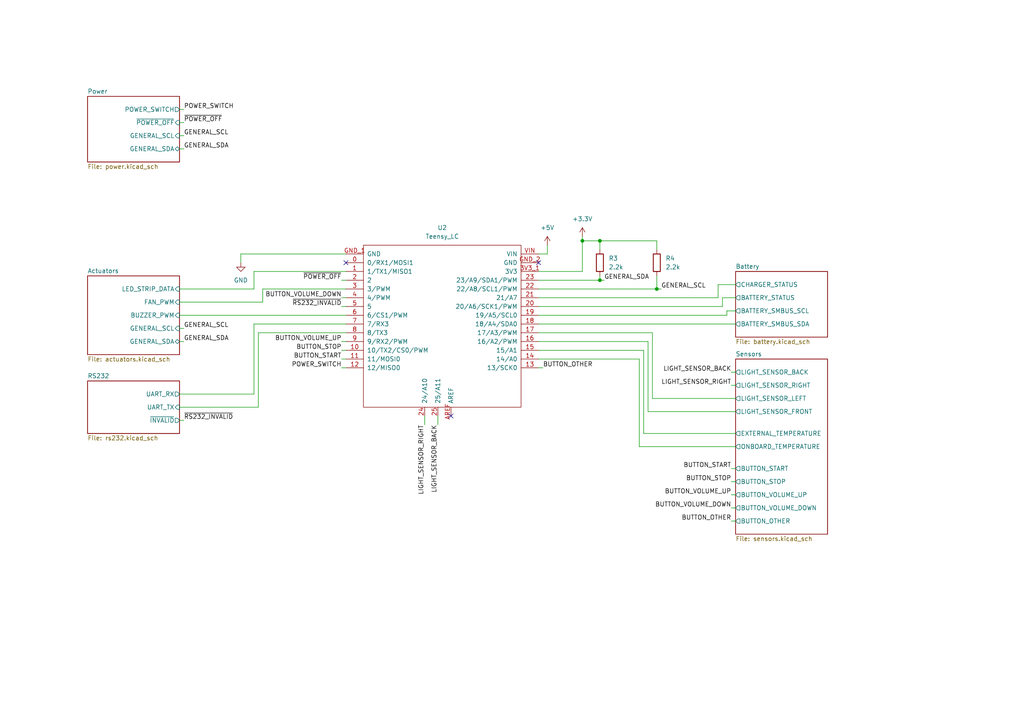
<source format=kicad_sch>
(kicad_sch (version 20211123) (generator eeschema)
  (paper "A4")
  (title_block (title "PSU Control") (company "IntRoLab"))
  (lib_symbols
    (symbol "Device:R" (pin_numbers hide) (pin_names (offset 0))
      (property "Reference" "R" (at 2.032 0 90))
      (property "Value" "R" (at 0 0 90))
      (symbol "R_0_1"
        (rectangle (start -1.016 -2.54) (end 1.016 2.54) (stroke (width 0.254)))
      )
      (symbol "R_1_1"
        (pin passive line (at 0 3.81 270) (length 1.27) (name "~") (number "1"))
        (pin passive line (at 0 -3.81 90) (length 1.27) (name "~") (number "2"))
      )
    )
    (symbol "power:+3.3V" (power) (pin_names (offset 0))
      (property "Value" "+3.3V" (at 0 3.556 0))
      (symbol "+3.3V_0_1"
        (polyline (pts (xy -0.762 1.27) (xy 0 2.54)))
        (polyline (pts (xy 0 0) (xy 0 2.54)))
        (polyline (pts (xy 0 2.54) (xy 0.762 1.27)))
      )
      (symbol "+3.3V_1_1"
        (pin power_in line (at 0 0 90) (length 0) hide (name "+3.3V") (number "1"))
      )
    )
    (symbol "power:+5V" (power) (pin_names (offset 0))
      (property "Value" "+5V" (at 0 3.556 0))
      (symbol "+5V_0_1"
        (polyline (pts (xy -0.762 1.27) (xy 0 2.54)))
        (polyline (pts (xy 0 0) (xy 0 2.54)))
        (polyline (pts (xy 0 2.54) (xy 0.762 1.27)))
      )
      (symbol "+5V_1_1"
        (pin power_in line (at 0 0 90) (length 0) hide (name "+5V") (number "1"))
      )
    )
    (symbol "power:GND" (power) (pin_names (offset 0))
      (property "Value" "GND" (at 0 -3.81 0))
      (symbol "GND_0_1"
        (polyline (pts (xy 0 0) (xy 0 -1.27) (xy 1.27 -1.27) (xy 0 -2.54) (xy -1.27 -1.27) (xy 0 -1.27)))
      )
      (symbol "GND_1_1"
        (pin power_in line (at 0 0 270) (length 0) hide (name "GND") (number "1"))
      )
    )
    (symbol "t-top:Teensy_LC" (pin_names (offset 1.016))
      (property "Reference" "U" (at 36.83 1.27 0))
      (property "Value" "Teensy_LC" (at 0 1.27 0))
      (symbol "Teensy_LC_0_1"
        (rectangle (start -5.08 0) (end 40.64 -46.99))
      )
      (symbol "Teensy_LC_1_1"
        (pin bidirectional line (at -10.16 -5.08 0) (length 5.08) (name "0/RX1/MOSI1") (number "0"))
        (pin bidirectional line (at -10.16 -7.62 0) (length 5.08) (name "1/TX1/MISO1") (number "1"))
        (pin bidirectional line (at -10.16 -30.48 0) (length 5.08) (name "10/TX2/CS0/PWM") (number "10"))
        (pin bidirectional line (at -10.16 -33.02 0) (length 5.08) (name "11/MOSI0") (number "11"))
        (pin bidirectional line (at -10.16 -35.56 0) (length 5.08) (name "12/MISO0") (number "12"))
        (pin bidirectional line (at 45.72 -35.56 180) (length 5.08) (name "13/SCK0") (number "13"))
        (pin bidirectional line (at 45.72 -33.02 180) (length 5.08) (name "14/A0") (number "14"))
        (pin bidirectional line (at 45.72 -30.48 180) (length 5.08) (name "15/A1") (number "15"))
        (pin bidirectional line (at 45.72 -27.94 180) (length 5.08) (name "16/A2/PWM") (number "16"))
        (pin bidirectional line (at 45.72 -25.4 180) (length 5.08) (name "17/A3/PWM") (number "17"))
        (pin bidirectional line (at 45.72 -22.86 180) (length 5.08) (name "18/A4/SDA0") (number "18"))
        (pin bidirectional line (at 45.72 -20.32 180) (length 5.08) (name "19/A5/SCL0") (number "19"))
        (pin bidirectional line (at -10.16 -10.16 0) (length 5.08) (name "2") (number "2"))
        (pin bidirectional line (at 45.72 -17.78 180) (length 5.08) (name "20/A6/SCK1/PWM") (number "20"))
        (pin bidirectional line (at 45.72 -15.24 180) (length 5.08) (name "21/A7") (number "21"))
        (pin bidirectional line (at 45.72 -12.7 180) (length 5.08) (name "22/A8/SCL1/PWM") (number "22"))
        (pin bidirectional line (at 45.72 -10.16 180) (length 5.08) (name "23/A9/SDA1/PWM") (number "23"))
        (pin bidirectional line (at 12.7 -49.53 90) (length 2.54) (name "24/A10") (number "24"))
        (pin bidirectional line (at 16.51 -49.53 90) (length 2.54) (name "25/A11") (number "25"))
        (pin bidirectional line (at -10.16 -12.7 0) (length 5.08) (name "3/PWM") (number "3"))
        (pin output line (at 45.72 -7.62 180) (length 5.08) (name "3V3") (number "3V3_1"))
        (pin bidirectional line (at -10.16 -15.24 0) (length 5.08) (name "4/PWM") (number "4"))
        (pin bidirectional line (at -10.16 -17.78 0) (length 5.08) (name "5") (number "5"))
        (pin bidirectional line (at -10.16 -20.32 0) (length 5.08) (name "6/CS1/PWM") (number "6"))
        (pin bidirectional line (at -10.16 -22.86 0) (length 5.08) (name "7/RX3") (number "7"))
        (pin bidirectional line (at -10.16 -25.4 0) (length 5.08) (name "8/TX3") (number "8"))
        (pin bidirectional line (at -10.16 -27.94 0) (length 5.08) (name "9/RX2/PWM") (number "9"))
        (pin input line (at 20.32 -49.53 90) (length 2.54) (name "AREF") (number "AREF"))
        (pin input line (at -10.16 -2.54 0) (length 5.08) (name "GND") (number "GND_1"))
        (pin input line (at 45.72 -5.08 180) (length 5.08) (name "GND") (number "GND_2"))
        (pin input line (at 45.72 -2.54 180) (length 5.08) (name "VIN") (number "VIN"))
      )
    )
  )
  (junction (at 173.99 81.28))
  (junction (at 168.91 69.85))
  (junction (at 190.5 83.82))
  (junction (at 173.99 69.85))
  (no_connect (at 130.81 120.65))
  (no_connect (at 156.21 76.2))
  (no_connect (at 100.33 76.2))
  (wire (pts (xy 190.5 83.82) (xy 190.5 80.01)))
  (wire (pts (xy 123.19 120.65) (xy 123.19 123.19)))
  (wire (pts (xy 156.21 93.98) (xy 213.36 93.98)))
  (wire (pts (xy 99.06 101.6) (xy 100.33 101.6)))
  (wire (pts (xy 99.06 104.14) (xy 100.33 104.14)))
  (wire (pts (xy 187.96 119.38) (xy 187.96 99.06)))
  (wire (pts (xy 127 120.65) (xy 127 123.19)))
  (wire (pts (xy 190.5 83.82) (xy 191.77 83.82)))
  (wire (pts (xy 173.99 80.01) (xy 173.99 81.28)))
  (wire (pts (xy 156.21 83.82) (xy 190.5 83.82)))
  (wire (pts (xy 185.42 104.14) (xy 156.21 104.14)))
  (wire (pts (xy 73.66 78.74) (xy 100.33 78.74)))
  (wire (pts (xy 213.36 129.54) (xy 185.42 129.54)))
  (wire (pts (xy 212.09 151.13) (xy 213.36 151.13)))
  (wire (pts (xy 156.21 81.28) (xy 173.99 81.28)))
  (wire (pts (xy 209.55 88.9) (xy 209.55 86.36)))
  (wire (pts (xy 52.07 31.75) (xy 53.34 31.75)))
  (wire (pts (xy 100.33 96.52) (xy 74.93 96.52)))
  (wire (pts (xy 168.91 69.85) (xy 173.99 69.85)))
  (wire (pts (xy 186.69 125.73) (xy 213.36 125.73)))
  (wire (pts (xy 189.23 96.52) (xy 189.23 115.57)))
  (wire (pts (xy 210.82 91.44) (xy 210.82 90.17)))
  (wire (pts (xy 212.09 135.89) (xy 213.36 135.89)))
  (wire (pts (xy 74.93 96.52) (xy 74.93 118.11)))
  (wire (pts (xy 168.91 69.85) (xy 168.91 78.74)))
  (wire (pts (xy 213.36 82.55) (xy 208.28 82.55)))
  (wire (pts (xy 168.91 68.58) (xy 168.91 69.85)))
  (wire (pts (xy 158.75 71.12) (xy 158.75 73.66)))
  (wire (pts (xy 212.09 147.32) (xy 213.36 147.32)))
  (wire (pts (xy 73.66 114.3) (xy 73.66 93.98)))
  (wire (pts (xy 52.07 99.06) (xy 53.34 99.06)))
  (wire (pts (xy 52.07 114.3) (xy 73.66 114.3)))
  (wire (pts (xy 213.36 119.38) (xy 187.96 119.38)))
  (wire (pts (xy 52.07 95.25) (xy 53.34 95.25)))
  (wire (pts (xy 209.55 86.36) (xy 213.36 86.36)))
  (wire (pts (xy 156.21 106.68) (xy 157.48 106.68)))
  (wire (pts (xy 156.21 78.74) (xy 168.91 78.74)))
  (wire (pts (xy 52.07 91.44) (xy 100.33 91.44)))
  (wire (pts (xy 99.06 106.68) (xy 100.33 106.68)))
  (wire (pts (xy 158.75 73.66) (xy 156.21 73.66)))
  (wire (pts (xy 52.07 39.37) (xy 53.34 39.37)))
  (wire (pts (xy 156.21 88.9) (xy 209.55 88.9)))
  (wire (pts (xy 156.21 91.44) (xy 210.82 91.44)))
  (wire (pts (xy 210.82 90.17) (xy 213.36 90.17)))
  (wire (pts (xy 52.07 83.82) (xy 73.66 83.82)))
  (wire (pts (xy 185.42 129.54) (xy 185.42 104.14)))
  (wire (pts (xy 52.07 43.18) (xy 53.34 43.18)))
  (wire (pts (xy 69.85 73.66) (xy 69.85 76.2)))
  (wire (pts (xy 190.5 69.85) (xy 190.5 72.39)))
  (wire (pts (xy 212.09 143.51) (xy 213.36 143.51)))
  (wire (pts (xy 156.21 101.6) (xy 186.69 101.6)))
  (wire (pts (xy 52.07 35.56) (xy 53.34 35.56)))
  (wire (pts (xy 173.99 69.85) (xy 190.5 69.85)))
  (wire (pts (xy 99.06 99.06) (xy 100.33 99.06)))
  (wire (pts (xy 69.85 73.66) (xy 100.33 73.66)))
  (wire (pts (xy 76.2 83.82) (xy 76.2 87.63)))
  (wire (pts (xy 99.06 81.28) (xy 100.33 81.28)))
  (wire (pts (xy 186.69 101.6) (xy 186.69 125.73)))
  (wire (pts (xy 212.09 107.95) (xy 213.36 107.95)))
  (wire (pts (xy 52.07 87.63) (xy 76.2 87.63)))
  (wire (pts (xy 156.21 96.52) (xy 189.23 96.52)))
  (wire (pts (xy 52.07 121.92) (xy 53.34 121.92)))
  (wire (pts (xy 189.23 115.57) (xy 213.36 115.57)))
  (wire (pts (xy 173.99 69.85) (xy 173.99 72.39)))
  (wire (pts (xy 212.09 111.76) (xy 213.36 111.76)))
  (wire (pts (xy 187.96 99.06) (xy 156.21 99.06)))
  (wire (pts (xy 73.66 93.98) (xy 100.33 93.98)))
  (wire (pts (xy 173.99 81.28) (xy 175.26 81.28)))
  (wire (pts (xy 212.09 139.7) (xy 213.36 139.7)))
  (wire (pts (xy 73.66 78.74) (xy 73.66 83.82)))
  (wire (pts (xy 156.21 86.36) (xy 208.28 86.36)))
  (wire (pts (xy 74.93 118.11) (xy 52.07 118.11)))
  (wire (pts (xy 99.06 86.36) (xy 100.33 86.36)))
  (wire (pts (xy 99.06 88.9) (xy 100.33 88.9)))
  (wire (pts (xy 208.28 82.55) (xy 208.28 86.36)))
  (wire (pts (xy 76.2 83.82) (xy 100.33 83.82)))
  (label "~{POWER_OFF}" (at 99.06 81.28 180))
  (label "BUTTON_STOP" (at 99.06 101.6 180))
  (label "GENERAL_SCL" (at 53.34 39.37 0))
  (label "BUTTON_OTHER" (at 212.09 151.13 180))
  (label "BUTTON_VOLUME_UP" (at 99.06 99.06 180))
  (label "LIGHT_SENSOR_RIGHT" (at 123.19 123.19 270))
  (label "LIGHT_SENSOR_BACK" (at 212.09 107.95 180))
  (label "~{RS232_INVALID}" (at 99.06 88.9 180))
  (label "LIGHT_SENSOR_RIGHT" (at 212.09 111.76 180))
  (label "BUTTON_VOLUME_UP" (at 212.09 143.51 180))
  (label "BUTTON_VOLUME_DOWN" (at 99.06 86.36 180))
  (label "POWER_SWITCH" (at 53.34 31.75 0))
  (label "GENERAL_SDA" (at 53.34 43.18 0))
  (label "GENERAL_SCL" (at 53.34 95.25 0))
  (label "GENERAL_SCL" (at 191.77 83.82 0))
  (label "LIGHT_SENSOR_BACK" (at 127 123.19 270))
  (label "BUTTON_START" (at 99.06 104.14 180))
  (label "BUTTON_START" (at 212.09 135.89 180))
  (label "~{RS232_INVALID}" (at 53.34 121.92 0))
  (label "BUTTON_OTHER" (at 157.48 106.68 0))
  (label "GENERAL_SDA" (at 175.26 81.28 0))
  (label "BUTTON_STOP" (at 212.09 139.7 180))
  (label "GENERAL_SDA" (at 53.34 99.06 0))
  (label "~{POWER_OFF}" (at 53.34 35.56 0))
  (label "BUTTON_VOLUME_DOWN" (at 212.09 147.32 180))
  (label "POWER_SWITCH" (at 99.06 106.68 180))
  (symbol (lib_id "power:GND") (at 69.85 76.2 0) (unit 1)
    (property "Reference" "#PWR0102" (effects hide))
    (property "Value" "GND" (at 69.85 81.28 0))
  )
  (symbol (lib_id "power:+3.3V") (at 168.91 68.58 0) (unit 1)
    (property "Reference" "#PWR0101" (effects hide))
    (property "Value" "+3.3V" (at 168.91 63.5 0))
  )
  (symbol (lib_id "power:+5V") (at 158.75 71.12 0) (unit 1)
    (property "Reference" "#PWR0103" (effects hide))
    (property "Value" "+5V" (at 158.75 66.04 0))
  )
  (symbol (lib_id "t-top:Teensy_LC") (at 110.49 71.12 0) (unit 1)
    (property "Reference" "U2" (at 128.27 66.04 0))
    (property "Value" "Teensy_LC" (at 128.27 68.58 0))
    (property "Footprint" "t-top:Teensy_LC" (effects hide))
  )
  (symbol (lib_id "Device:R") (at 173.99 76.2 0) (unit 1)
    (property "Reference" "R3" (at 176.53 74.9299 0) (effects (justify left)))
    (property "Value" "2.2k" (at 176.53 77.4699 0) (effects (justify left)))
    (property "Footprint" "Resistor_SMD:R_0805_2012Metric" (effects hide))
  )
  (symbol (lib_id "Device:R") (at 190.5 76.2 0) (unit 1)
    (property "Reference" "R4" (at 193.04 74.9299 0) (effects (justify left)))
    (property "Value" "2.2k" (at 193.04 77.4699 0) (effects (justify left)))
    (property "Footprint" "Resistor_SMD:R_0805_2012Metric" (effects hide))
  )
  (sheet (at 25.4 27.94) (size 26.67 19.05) (stroke (width 0.1524))
    (property "Sheet name" "Power" (at 25.4 27.2284 0) (effects (justify left bottom)))
    (property "Sheet file" "power.kicad_sch" (at 25.4 47.5746 0) (effects (justify left top)))
    (pin "~{POWER_OFF}" input (at 52.07 35.56 0))
    (pin "GENERAL_SDA" bidirectional (at 52.07 43.18 0))
    (pin "GENERAL_SCL" input (at 52.07 39.37 0))
    (pin "POWER_SWITCH" output (at 52.07 31.75 0))
  )
  (sheet (at 25.4 80.01) (size 26.67 22.86) (stroke (width 0.1524))
    (property "Sheet name" "Actuators" (at 25.4 79.2984 0) (effects (justify left bottom)))
    (property "Sheet file" "actuators.kicad_sch" (at 25.4 103.4546 0) (effects (justify left top)))
    (pin "FAN_PWM" input (at 52.07 87.63 0))
    (pin "BUZZER_PWM" input (at 52.07 91.44 0))
    (pin "LED_STRIP_DATA" input (at 52.07 83.82 0))
    (pin "GENERAL_SCL" input (at 52.07 95.25 0))
    (pin "GENERAL_SDA" bidirectional (at 52.07 99.06 0))
  )
  (sheet (at 25.4 110.49) (size 26.67 15.24) (stroke (width 0.1524))
    (property "Sheet name" "RS232" (at 25.4 109.7784 0) (effects (justify left bottom)))
    (property "Sheet file" "rs232.kicad_sch" (at 25.4 126.3146 0) (effects (justify left top)))
    (pin "UART_TX" input (at 52.07 118.11 0))
    (pin "UART_RX" output (at 52.07 114.3 0))
    (pin "~{INVALID}" output (at 52.07 121.92 0))
  )
  (sheet (at 213.36 104.14) (size 26.67 50.8) (stroke (width 0.1524))
    (property "Sheet name" "Sensors" (at 213.36 103.4284 0) (effects (justify left bottom)))
    (property "Sheet file" "sensors.kicad_sch" (at 213.36 155.5246 0) (effects (justify left top)))
    (pin "LIGHT_SENSOR_LEFT" output (at 213.36 115.57 180))
    (pin "LIGHT_SENSOR_RIGHT" output (at 213.36 111.76 180))
    (pin "LIGHT_SENSOR_BACK" output (at 213.36 107.95 180))
    (pin "LIGHT_SENSOR_FRONT" output (at 213.36 119.38 180))
    (pin "ONBOARD_TEMPERATURE" output (at 213.36 129.54 180))
    (pin "EXTERNAL_TEMPERATURE" output (at 213.36 125.73 180))
    (pin "BUTTON_STOP" output (at 213.36 139.7 180))
    (pin "BUTTON_OTHER" output (at 213.36 151.13 180))
    (pin "BUTTON_VOLUME_DOWN" output (at 213.36 147.32 180))
    (pin "BUTTON_START" output (at 213.36 135.89 180))
    (pin "BUTTON_VOLUME_UP" output (at 213.36 143.51 180))
  )
  (sheet (at 213.36 78.74) (size 26.67 19.05) (stroke (width 0.1524))
    (property "Sheet name" "Battery" (at 213.36 78.0284 0) (effects (justify left bottom)))
    (property "Sheet file" "battery.kicad_sch" (at 213.36 98.3746 0) (effects (justify left top)))
    (pin "CHARGER_STATUS" output (at 213.36 82.55 180))
    (pin "BATTERY_STATUS" output (at 213.36 86.36 180))
    (pin "BATTERY_SMBUS_SCL" output (at 213.36 90.17 180))
    (pin "BATTERY_SMBUS_SDA" output (at 213.36 93.98 180))
  )
)
</source>
